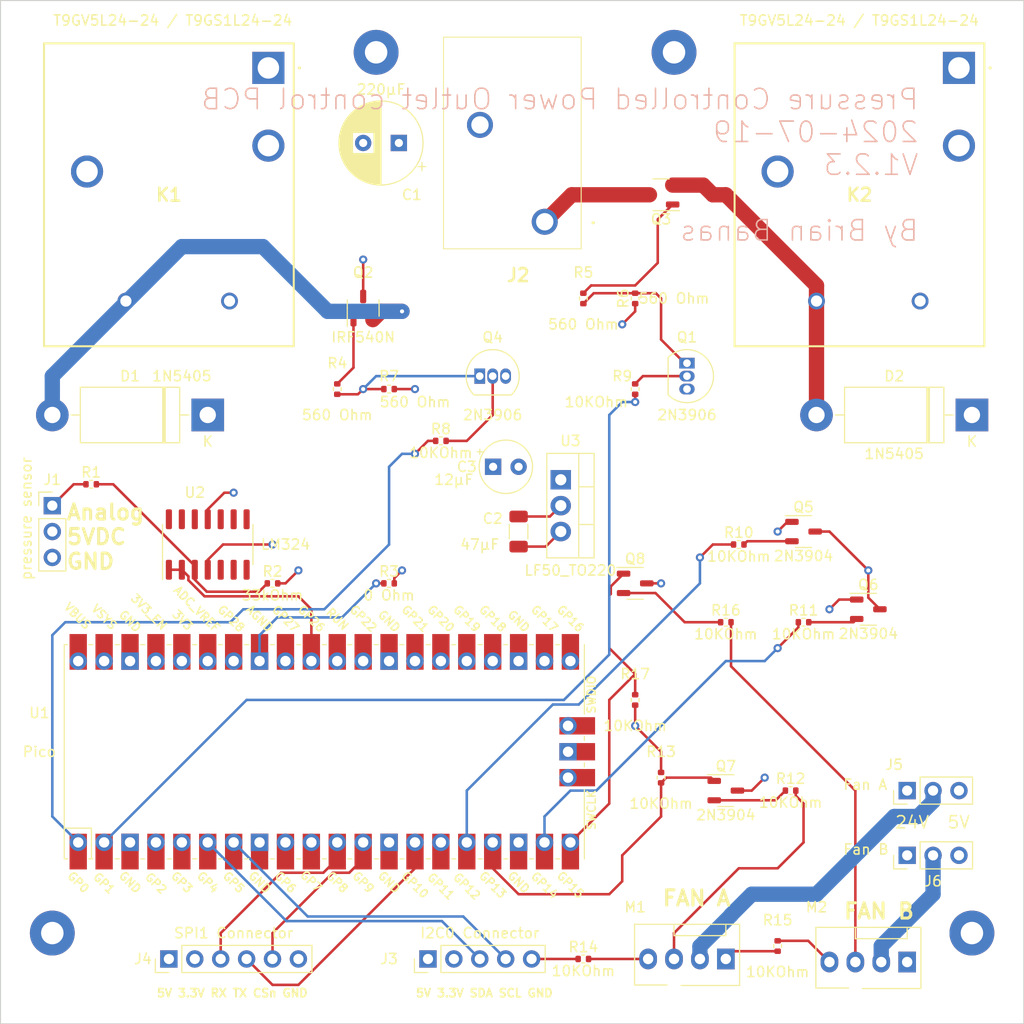
<source format=kicad_pcb>
(kicad_pcb (version 20221018) (generator pcbnew)
  (title_block (title "Pressure Controlled Power Outlet") (date "2024-07-18") (rev "V1.2.3") (company "Brian Banas"))
  (layers (0 "F.Cu" signal) (1 "In1.Cu" signal) (2 "In2.Cu" signal) (31 "B.Cu" signal) (34 "B.Paste" user) (35 "F.Paste" user) (36 "B.SilkS" user "B.Silkscreen") (37 "F.SilkS" user "F.Silkscreen") (38 "B.Mask" user) (39 "F.Mask" user) (44 "Edge.Cuts" user))
  (net 0 "")
  (net 1 "GND")
  (net 4 "+3.3V")
  (net 5 "/I2C0_SDA")
  (net 8 "/I2C0_SCL")
  (net 9 "/SPI1_RX")
  (net 10 "/SPI1_TX")
  (net 12 "/FanB_Tac")
  (net 13 "Net-(M1-PWM)")
  (net 22 "/ADC0")
  (net 24 "Net-(U1-AGND)")
  (net 26 "/SPI1_CSn")
  (net 31 "+5V")
  (net 32 "/Water Pressure 5V")
  (net 33 "Net-(U2A-+)")
  (net 34 "+24V")
  (net 35 "Net-(D1-A)")
  (net 36 "Net-(D2-A)")
  (net 37 "Net-(Q1-E)")
  (net 38 "Net-(Q1-B)")
  (net 39 "Net-(Q2-G)")
  (net 40 "Net-(Q3-G)")
  (net 41 "Net-(Q4-E)")
  (net 42 "Net-(Q4-B)")
  (net 43 "/Activate_Live")
  (net 44 "/Activate_Neutral")
  (net 52 "/FanA_Tac")
  (net 53 "Net-(M2-PWM)")
  (net 54 "Net-(Q5-B)")
  (net 55 "Net-(Q6-B)")
  (net 56 "/FanA_PWM")
  (net 57 "/FanB_PWM")
  (net 58 "/FanA_Power")
  (net 59 "/FanB_Power")
  (net 60 "Net-(M1-Tacho)")
  (net 61 "Net-(M2-Tacho)")
  (net 62 "Net-(Q7-B)")
  (net 63 "Net-(Q8-B)")
  (footprint "Package_TO_SOT_SMD:SOT-23-3" (layer "F.Cu") (at 151.13 74.93 180)
    (fp_text reference "Q3")
    (fp_text value "IRF540N")
  )
  (footprint "Package_TO_SOT_SMD:SOT-23-3" (layer "F.Cu") (at 157.48 133.35)
    (fp_text reference "Q7")
    (fp_text value "2N3904")
  )
  (footprint "Diode_THT:D_DO-201AD_P15.24mm_Horizontal" (layer "F.Cu") (at 106.68 96.52 180)
    (fp_text reference "D1")
    (fp_text value "1N5405")
  )
  (footprint "Capacitor_SMD:C_1206_3216Metric" (layer "F.Cu") (at 137.16 107.95 90)
    (fp_text reference "C2")
    (fp_text value "47µF")
  )
  (footprint "Package_TO_SOT_SMD:SOT-23-3" (layer "F.Cu") (at 121.92 86.035 90)
    (fp_text reference "Q2")
    (fp_text value "IRF540N")
  )
  (footprint "Extra:T9GV5L2424" (layer "F.Cu") (at 112.625 62.49 180)
    (fp_text reference "K1")
    (fp_text value "T9GV5L24-24" hide)
  )
  (footprint "Resistor_SMD:R_0402_1005Metric" (layer "F.Cu") (at 124.46 113.03)
    (fp_text reference "R3")
    (fp_text value "0 Ohm")
  )
  (footprint "Connector_PinHeader_2.54mm:PinHeader_1x03_P2.54mm_Vertical" (layer "F.Cu") (at 175.26 133.35 90)
    (fp_text reference "J5")
    (fp_text value "FanA 5V/24V" hide)
  )
  (footprint "MountingHole:MountingHole_2.2mm_M2_Pad" (layer "F.Cu") (at 181.61 147.32)
    (fp_text reference "H1" hide)
    (fp_text value "MountingHole_Pad" hide)
  )
  (footprint "Resistor_SMD:R_0402_1005Metric" (layer "F.Cu") (at 162.56 148.59 90)
    (fp_text reference "R15")
    (fp_text value "10KOhm")
  )
  (footprint "Resistor_SMD:R_0402_1005Metric" (layer "F.Cu") (at 143.51 149.86)
    (fp_text reference "R14")
    (fp_text value "10KOhm")
  )
  (footprint "Resistor_SMD:R_0402_1005Metric" (layer "F.Cu") (at 158.75 109.22)
    (fp_text reference "R10")
    (fp_text value "10KOhm")
  )
  (footprint "MountingHole:MountingHole_2.2mm_M2_Pad" (layer "F.Cu") (at 91.44 147.32)
    (fp_text reference "H2" hide)
    (fp_text value "MountingHole_Pad" hide)
  )
  (footprint "Resistor_SMD:R_0402_1005Metric" (layer "F.Cu") (at 129.54 99.06)
    (fp_text reference "R8")
    (fp_text value "10KOhm")
  )
  (footprint "Package_TO_SOT_THT:TO-92_Inline" (layer "F.Cu") (at 153.67 91.44 -90)
    (fp_text reference "Q1")
    (fp_text value "2N3906")
  )
  (footprint "Package_TO_SOT_SMD:SOT-23-3" (layer "F.Cu") (at 148.59 113.03)
    (fp_text reference "Q8")
    (fp_text value "2N3904")
  )
  (footprint "Connector_PinHeader_2.54mm:PinHeader_1x03_P2.54mm_Vertical" (layer "F.Cu") (at 91.44 105.41)
    (fp_text reference "J1")
    (fp_text value "pressure sensor")
  )
  (footprint "Resistor_SMD:R_0402_1005Metric" (layer "F.Cu") (at 163.83 133.35)
    (fp_text reference "R12")
    (fp_text value "10KOhm")
  )
  (footprint "Resistor_SMD:R_0402_1005Metric" (layer "F.Cu") (at 148.59 93.98 90)
    (fp_text reference "R9")
    (fp_text value "10KOhm")
  )
  (footprint "Connector_PinHeader_2.54mm:PinHeader_1x05_P2.54mm_Vertical" (layer "F.Cu") (at 128.275 149.86 90)
    (fp_text reference "J3")
    (fp_text value "I2C0 Connector")
  )
  (footprint "Capacitor_THT:CP_Radial_Tantal_D5.0mm_P2.50mm" (layer "F.Cu") (at 134.66 101.6)
    (fp_text reference "C3")
    (fp_text value "12µF")
  )
  (footprint "Resistor_SMD:R_0402_1005Metric" (layer "F.Cu") (at 148.59 85.09 90)
    (fp_text reference "R6")
    (fp_text value "560 Ohm")
  )
  (footprint "Package_TO_SOT_THT:TO-220-3_Vertical" (layer "F.Cu") (at 141.295 102.87 -90)
    (fp_text reference "U3")
    (fp_text value "LF50_TO220")
  )
  (footprint "Connector:FanPinHeader_1x04_P2.54mm_Vertical" (layer "F.Cu") (at 157.48 149.86 180)
    (fp_text reference "M1")
    (fp_text value "Fan_4pin" hide)
  )
  (footprint "Extra:1017514" (layer "F.Cu") (at 139.7225 77.575 180)
    (fp_text reference "J2")
    (fp_text value "1017514" hide)
  )
  (footprint "Resistor_SMD:R_0402_1005Metric" (layer "F.Cu") (at 157.48 116.84)
    (fp_text reference "R16")
    (fp_text value "10KOhm")
  )
  (footprint "MountingHole:MountingHole_2.2mm_M2_Pad" (layer "F.Cu") (at 123.19 60.96)
    (fp_text reference "H4" hide)
    (fp_text value "MountingHole_Pad" hide)
  )
  (footprint "Resistor_SMD:R_0402_1005Metric" (layer "F.Cu") (at 151.13 132.08 -90)
    (fp_text reference "R13")
    (fp_text value "10KOhm")
  )
  (footprint "Resistor_SMD:R_0402_1005Metric" (layer "F.Cu") (at 165.1 116.84)
    (fp_text reference "R11")
    (fp_text value "10KOhm")
  )
  (footprint "Resistor_SMD:R_0402_1005Metric" (layer "F.Cu") (at 124.46 93.98 180)
    (fp_text reference "R7")
    (fp_text value "560 Ohm")
  )
  (footprint "Capacitor_THT:CP_Radial_D8.0mm_P3.50mm" (layer "F.Cu") (at 125.42 69.85 180)
    (fp_text reference "C1")
    (fp_text value "220µF")
  )
  (footprint "Extra:T9GV5L2424" (layer "F.Cu") (at 180.34 62.49 180)
    (fp_text reference "K2")
    (fp_text value "T9GV5L24-24" hide)
  )
  (footprint "MCU_RaspberryPi_and_Boards:RPi_Pico_SMD_TH" (layer "F.Cu") (at 118.11 129.54 90)
    (fp_text reference "U1")
    (fp_text value "Pico")
  )
  (footprint "Connector:FanPinHeader_1x04_P2.54mm_Vertical" (layer "F.Cu") (at 175.26 150.16 180)
    (fp_text reference "M2")
    (fp_text value "Fan_4pin" hide)
  )
  (footprint "Resistor_SMD:R_0402_1005Metric" (layer "F.Cu") (at 95.25 103.313652)
    (fp_text reference "R1")
    (fp_text value "17kOhm")
  )
  (footprint "MountingHole:MountingHole_2.2mm_M2_Pad" (layer "F.Cu") (at 152.4 60.96)
    (fp_text reference "H3" hide)
    (fp_text value "MountingHole_Pad" hide)
  )
  (footprint "Resistor_SMD:R_0402_1005Metric" (layer "F.Cu") (at 143.51 85.09 90)
    (fp_text reference "R5")
    (fp_text value "560 Ohm")
  )
  (footprint "Package_SO:SOIC-14_3.9x8.7mm_P1.27mm" (layer "F.Cu") (at 106.68 109.22 90)
    (fp_text reference "U2")
    (fp_text value "LM324")
  )
  (footprint "Resistor_SMD:R_0402_1005Metric" (layer "F.Cu") (at 148.59 124.46 90)
    (fp_text reference "R17")
    (fp_text value "10KOhm")
  )
  (footprint "Resistor_SMD:R_0402_1005Metric" (layer "F.Cu") (at 113.03 113.03)
    (fp_text reference "R2")
    (fp_text value "33kOhm")
  )
  (footprint "Package_TO_SOT_THT:TO-92_Inline" (layer "F.Cu") (at 133.35 92.71)
    (fp_text reference "Q4")
    (fp_text value "2N3906")
  )
  (footprint "Resistor_SMD:R_0402_1005Metric" (layer "F.Cu") (at 119.38 93.98 90)
    (fp_text reference "R4")
    (fp_text value "560 Ohm")
  )
  (footprint "Package_TO_SOT_SMD:SOT-23-3" (layer "F.Cu") (at 171.45 115.57)
    (fp_text reference "Q6")
    (fp_text value "2N3904")
  )
  (footprint "Package_TO_SOT_SMD:SOT-23-3" (layer "F.Cu") (at 165.1 107.95)
    (fp_text reference "Q5")
    (fp_text value "2N3904")
  )
  (footprint "Connector_PinHeader_2.54mm:PinHeader_1x03_P2.54mm_Vertical" (layer "F.Cu") (at 175.26 139.7 90)
    (fp_text reference "J6")
    (fp_text value "FanB 5V/24V" hide)
  )
  (footprint "Diode_THT:D_DO-201AD_P15.24mm_Horizontal" (layer "F.Cu") (at 181.61 96.52 180)
    (fp_text reference "D2")
    (fp_text value "1N5405")
  )
  (footprint "Connector_PinHeader_2.54mm:PinHeader_1x06_P2.54mm_Vertical" (layer "F.Cu") (at 102.87 149.86 90)
    (fp_text reference "J4")
    (fp_text value "SPI1 Connector")
  )
  (gr_rect (start 86.36 55.88) (end 186.69 156.21) (stroke (width 0.1)) (fill none) (layer "Edge.Cuts"))
  (gr_text "Pressure Controlled Power Outlet control PCB\n2024-07-19\nV1.2.3\n\nBy Brian Banas" (at 176.490902 79.61294) (layer "B.SilkS") (effects (font (size 2 2)) (justify left bottom mirror)))
  (gr_text "Fan A" (at 168.91 133.35) (layer "F.SilkS") (effects (font (size 1 1)) (justify left bottom)))
  (gr_text "5V 3.3V RX TX CSn GND" (at 101.6 153.67) (layer "F.SilkS") (effects (font (size 0.8 0.8) (thickness 0.175) bold) (justify left bottom)))
  (gr_text "24V  5V" (at 173.99 137.16) (layer "F.SilkS") (effects (font (size 1.2 1.2)) (justify left bottom)))
  (gr_text "5V 3.3V SDA SCL GND" (at 127 153.67) (layer "F.SilkS") (effects (font (size 0.8 0.8) (thickness 0.175) bold) (justify left bottom)))
  (gr_text "Analog\n5VDC\nGND\n" (at 92.71 111.76) (layer "F.SilkS") (effects (font (size 1.5 1.5) (thickness 0.3) bold) (justify left bottom)))
  (gr_text "Fan B" (at 168.91 139.7) (layer "F.SilkS") (effects (font (size 1 1)) (justify left bottom)))
  (gr_text "FAN A" (at 151.13 144.78) (layer "F.SilkS") (effects (font (size 1.5 1.5) (thickness 0.3) bold) (justify left bottom)))
  (gr_text "T9GV5L24-24 / T9GS1L24-24 " (at 91.44 58.42) (layer "F.SilkS") (effects (font (size 1 1)) (justify left bottom)))
  (gr_text "FAN B" (at 168.91 146.05) (layer "F.SilkS") (effects (font (size 1.5 1.5) (thickness 0.3) bold) (justify left bottom)))
  (gr_text "T9GV5L24-24 / T9GS1L24-24 " (at 158.75 58.42) (layer "F.SilkS") (effects (font (size 1 1)) (justify left bottom)))
  (segment (start 148.59 86.36) (end 147.32 87.63) (width 0.25) (layer "F.Cu") (net 1))
  (segment (start 148.59 85.6) (end 148.59 86.36) (width 0.25) (layer "F.Cu") (net 1))
  (segment (start 113.54 113.03) (end 114.3 113.03) (width 0.25) (layer "F.Cu") (net 1))
  (segment (start 121.92 84.8975) (end 121.92 81.28) (width 0.25) (layer "F.Cu") (net 1))
  (segment (start 106.68 106.745) (end 106.68 105.770001) (width 0.25) (layer "F.Cu") (net 1))
  (segment (start 124.97 113.03) (end 124.97 112.52) (width 0.25) (layer "F.Cu") (net 1))
  (segment (start 106.68 105.770001) (end 108.310001 104.14) (width 0.25) (layer "F.Cu") (net 1))
  (segment (start 108.310001 104.14) (end 109.22 104.14) (width 0.25) (layer "F.Cu") (net 1))
  (segment (start 148.59 124.97) (end 148.59 127) (width 0.25) (layer "F.Cu") (net 1))
  (segment (start 151.13 129.54) (end 148.59 127) (width 0.25) (layer "F.Cu") (net 1))
  (segment (start 149.9925 74.93) (end 142.3675 74.93) (width 1.5) (layer "F.Cu") (net 1))
  (segment (start 151.13 131.57) (end 151.13 129.54) (width 0.25) (layer "F.Cu") (net 1))
  (segment (start 162.56 149.1) (end 158.24 149.1) (width 0.25) (layer "F.Cu") (net 1))
  (segment (start 158.24 149.1) (end 157.48 149.86) (width 0.25) (layer "F.Cu") (net 1))
  (segment (start 114.3 113.03) (end 115.57 111.76) (width 0.25) (layer "F.Cu") (net 1))
  (segment (start 140.23 106.475) (end 141.295 105.41) (width 0.25) (layer "F.Cu") (net 1))
  (segment (start 124.97 93.98) (end 127 93.98) (width 0.25) (layer "F.Cu") (net 1))
  (segment (start 142.3675 74.93) (end 139.7225 77.575) (width 1.5) (layer "F.Cu") (net 1))
  (segment (start 124.97 112.52) (end 125.73 111.76) (width 0.25) (layer "F.Cu") (net 1))
  (segment (start 137.16 106.475) (end 140.23 106.475) (width 0.25) (layer "F.Cu") (net 1))
  (segment (start 143 149.86) (end 138.435 149.86) (width 0.25) (layer "F.Cu") (net 1))
  (via (at 115.57 111.76) (size 0.8) (drill 0.4) (layers "F.Cu" "B.Cu") (net 1))
  (via (at 148.59 127) (size 0.8) (drill 0.4) (layers "F.Cu" "B.Cu") (net 1))
  (via (at 147.32 87.63) (size 0.8) (drill 0.4) (layers "F.Cu" "B.Cu") (net 1))
  (via (at 127 93.98) (size 0.8) (drill 0.4) (layers "F.Cu" "B.Cu") (net 1))
  (via (at 121.92 81.28) (size 0.8) (drill 0.4) (layers "F.Cu" "B.Cu") (net 1))
  (via (at 125.73 111.76) (size 0.8) (drill 0.4) (layers "F.Cu" "B.Cu") (net 1))
  (via (at 109.22 104.14) (size 0.8) (drill 0.4) (layers "F.Cu" "B.Cu") (net 1))
  (segment (start 151.13 113.03) (end 149.7275 113.03) (width 0.25) (layer "F.Cu") (net 4))
  (segment (start 161.29 132.08) (end 160.02 133.35) (width 0.25) (layer "F.Cu") (net 4))
  (segment (start 158.75 133.35) (end 158.75 133.192918) (width 0.25) (layer "F.Cu") (net 4))
  (segment (start 160.02 133.35) (end 158.6175 133.35) (width 0.25) (layer "F.Cu") (net 4))
  (via (at 151.13 113.03) (size 0.8) (drill 0.4) (layers "F.Cu" "B.Cu") (net 4))
  (via (at 161.29 132.08) (size 0.8) (drill 0.4) (layers "F.Cu" "B.Cu") (net 4))
  (segment (start 114.395 146.145) (end 106.68 138.43) (width 0.25) (layer "B.Cu") (net 5))
  (segment (start 133.355 149.86) (end 129.64 146.145) (width 0.25) (layer "B.Cu") (net 5))
  (segment (start 129.64 146.145) (end 114.395 146.145) (width 0.25) (layer "B.Cu") (net 5))
  (segment (start 116.485 145.695) (end 109.22 138.43) (width 0.25) (layer "B.Cu") (net 8))
  (segment (start 131.73 145.695) (end 116.485 145.695) (width 0.25) (layer "B.Cu") (net 8))
  (segment (start 135.895 149.86) (end 131.73 145.695) (width 0.25) (layer "B.Cu") (net 8))
  (segment (start 113.865 141.405) (end 118.015 141.405) (width 0.25) (layer "F.Cu") (net 9))
  (segment (start 107.95 147.32) (end 113.865 141.405) (width 0.25) (layer "F.Cu") (net 9))
  (segment (start 119.38 140.04) (end 119.38 138.43) (width 0.25) (layer "F.Cu") (net 9))
  (segment (start 107.95 149.86) (end 107.95 147.32) (width 0.25) (layer "F.Cu") (net 9))
  (segment (start 118.015 141.405) (end 119.38 140.04) (width 0.25) (layer "F.Cu") (net 9))
  (segment (start 127 140.97) (end 127 138.43) (width 0.25) (layer "F.Cu") (net 10))
  (segment (start 115.57 152.4) (end 127 140.97) (width 0.25) (layer "F.Cu") (net 10))
  (segment (start 113.03 152.4) (end 115.57 152.4) (width 0.25) (layer "F.Cu") (net 10))
  (segment (start 110.49 149.86) (end 113.03 152.4) (width 0.25) (layer "F.Cu") (net 10))
  (segment (start 148.59 121.92) (end 146.05 119.38) (width 0.25) (layer "F.Cu") (net 12))
  (segment (start 148.59 121.92) (end 146.05 124.46) (width 0.25) (layer "F.Cu") (net 12))
  (segment (start 146.05 114.215908) (end 146.2 114.065908) (width 0.25) (layer "F.Cu") (net 12))
  (segment (start 146.05 119.38) (end 146.05 114.215908) (width 0.25) (layer "F.Cu") (net 12))
  (segment (start 146.05 124.46) (end 146.05 134.62) (width 0.25) (layer "F.Cu") (net 12))
  (segment (start 148.59 123.95) (end 148.59 121.92) (width 0.25) (layer "F.Cu") (net 12))
  (segment (start 146.2 113.3325) (end 147.4525 112.08) (width 0.25) (layer "F.Cu") (net 12))
  (segment (start 146.2 114.065908) (end 146.2 113.3325) (width 0.25) (layer "F.Cu") (net 12))
  (segment (start 146.05 134.62) (end 142.24 138.43) (width 0.25) (layer "F.Cu") (net 12))
  (segment (start 163.51 107) (end 162.56 107.95) (width 0.25) (layer "F.Cu") (net 13))
  (segment (start 163.9625 107) (end 163.51 107) (width 0.25) (layer "F.Cu") (net 13))
  (segment (start 144.02 149.86) (end 149.86 149.86) (width 0.25) (layer "F.Cu") (net 13))
  (via (at 162.56 107.95) (size 0.8) (drill 0.4) (layers "F.Cu" "B.Cu") (net 13))
  (segment (start 104.785 112.720908) (end 106.364092 114.3) (width 0.25) (layer "F.Cu") (net 22))
  (segment (start 104.125 111.71) (end 104.14 111.695) (width 0.25) (layer "F.Cu") (net 22))
  (segment (start 106.364092 114.3) (end 115.57 114.3) (width 0.25) (layer "F.Cu") (net 22))
  (segment (start 102.87 111.695) (end 104.14 111.695) (width 0.25) (layer "F.Cu") (net 22))
  (segment (start 104.785 112.34) (end 104.785 112.720908) (width 0.25) (layer "F.Cu") (net 22))
  (segment (start 116.84 115.57) (end 116.84 120.65) (width 0.25) (layer "F.Cu") (net 22))
  (segment (start 104.14 111.695) (end 104.785 112.34) (width 0.25) (layer "F.Cu") (net 22))
  (segment (start 115.57 114.3) (end 116.84 115.57) (width 0.25) (layer "F.Cu") (net 22))
  (segment (start 123.19 113.03) (end 123.95 113.03) (width 0.25) (layer "F.Cu") (net 24))
  (via (at 123.19 113.03) (size 0.8) (drill 0.4) (layers "F.Cu" "B.Cu") (net 24))
  (segment (start 111.76 118.11) (end 111.76 120.65) (width 0.25) (layer "B.Cu") (net 24))
  (segment (start 113.500001 116.369999) (end 111.76 118.11) (width 0.25) (layer "B.Cu") (net 24))
  (segment (start 119.850001 116.369999) (end 113.500001 116.369999) (width 0.25) (layer "B.Cu") (net 24))
  (segment (start 123.19 113.03) (end 119.850001 116.369999) (width 0.25) (layer "B.Cu") (net 24))
  (segment (start 121.92 140.04) (end 121.92 138.43) (width 0.25) (layer "F.Cu") (net 26))
  (segment (start 118.945 141.405) (end 120.555 141.405) (width 0.25) (layer "F.Cu") (net 26))
  (segment (start 120.555 141.405) (end 121.92 140.04) (width 0.25) (layer "F.Cu") (net 26))
  (segment (start 113.03 147.32) (end 118.945 141.405) (width 0.25) (layer "F.Cu") (net 26))
  (segment (start 113.03 149.86) (end 113.03 147.32) (width 0.25) (layer "F.Cu") (net 26))
  (segment (start 139.82 109.425) (end 141.295 107.95) (width 0.25) (layer "F.Cu") (net 31))
  (segment (start 171.45 114.4325) (end 171.45 111.76) (width 0.25) (layer "F.Cu") (net 31))
  (segment (start 106.68 110.720001) (end 108.180001 109.22) (width 0.25) (layer "F.Cu") (net 31))
  (segment (start 106.68 111.695) (end 106.68 110.720001) (width 0.25) (layer "F.Cu") (net 31))
  (segment (start 166.2375 107.95) (end 167.64 107.95) (width 0.25) (layer "F.Cu") (net 31))
  (segment (start 167.64 107.95) (end 171.45 111.76) (width 0.25) (layer "F.Cu") (net 31))
  (segment (start 108.180001 109.22) (end 113.03 109.22) (width 0.25) (layer "F.Cu") (net 31))
  (segment (start 137.16 109.425) (end 139.82 109.425) (width 0.25) (layer "F.Cu") (net 31))
  (segment (start 172.5875 115.57) (end 171.45 114.4325) (width 0.25) (layer "F.Cu") (net 31))
  (via (at 171.45 111.76) (size 0.8) (drill 0.4) (layers "F.Cu" "B.Cu") (net 31))
  (via (at 113.03 109.22) (size 0.8) (drill 0.4) (layers "F.Cu" "B.Cu") (net 31))
  (segment (start 94.74 103.313652) (end 93.536348 103.313652) (width 0.25) (layer "F.Cu") (net 32))
  (segment (start 93.536348 103.313652) (end 91.44 105.41) (width 0.25) (layer "F.Cu") (net 32))
  (segment (start 97.40956 103.313652) (end 105.41 111.314092) (width 0.25) (layer "F.Cu") (net 33))
  (segment (start 95.76 103.313652) (end 97.40956 103.313652) (width 0.25) (layer "F.Cu") (net 33))
  (segment (start 105.41 112.669999) (end 105.41 111.695) (width 0.25) (layer "F.Cu") (net 33))
  (segment (start 105.41 111.314092) (end 105.41 111.695) (width 0.25) (layer "F.Cu") (net 33))
  (segment (start 112.52 113.03) (end 111.7 113.85) (width 0.25) (layer "F.Cu") (net 33))
  (segment (start 106.590001 113.85) (end 105.41 112.669999) (width 0.25) (layer "F.Cu") (net 33))
  (segment (start 111.7 113.85) (end 106.590001 113.85) (width 0.25) (layer "F.Cu") (net 33))
  (segment (start 123.6825 86.36) (end 122.87 87.1725) (width 1.5) (layer "F.Cu") (net 35))
  (segment (start 125.73 86.36) (end 123.6825 86.36) (width 1.5) (layer "F.Cu") (net 35))
  (via (at 125.73 86.36) (size 0.8) (drill 0.4) (layers "F.Cu" "B.Cu") (net 35))
  (segment (start 112.085 80.01) (end 104.14 80.01) (width 1.5) (layer "B.Cu") (net 35))
  (segment (start 118.435 86.36) (end 112.085 80.01) (width 1.5) (layer "B.Cu") (net 35))
  (segment (start 104.14 80.01) (end 91.44 92.71) (width 1.5) (layer "B.Cu") (net 35))
  (segment (start 91.44 92.71) (end 91.44 96.52) (width 1.5) (layer "B.Cu") (net 35))
  (segment (start 125.73 86.36) (end 118.435 86.36) (width 1.5) (layer "B.Cu") (net 35))
  (segment (start 155.26 73.98) (end 156.21 74.93) (width 1.5) (layer "F.Cu") (net 36))
  (segment (start 152.2675 73.98) (end 155.26 73.98) (width 1.5) (layer "F.Cu") (net 36))
  (segment (start 157.48 74.93) (end 166.37 83.82) (width 1.5) (layer "F.Cu") (net 36))
  (segment (start 156.21 74.93) (end 157.48 74.93) (width 1.5) (layer "F.Cu") (net 36))
  (segment (start 166.37 83.82) (end 166.37 96.52) (width 1.5) (layer "F.Cu") (net 36))
  (segment (start 148.59 84.58) (end 144.53 84.58) (width 0.25) (layer "F.Cu") (net 37))
  (segment (start 153.67 91.44) (end 153.445 91.44) (width 0.25) (layer "F.Cu") (net 37))
  (segment (start 151.13 89.125) (end 151.13 85.09) (width 0.25) (layer "F.Cu") (net 37))
  (segment (start 150.62 84.58) (end 148.59 84.58) (width 0.25) (layer "F.Cu") (net 37))
  (segment (start 144.53 84.58) (end 143.51 85.6) (width 0.25) (layer "F.Cu") (net 37))
  (segment (start 151.13 85.09) (end 150.62 84.58) (width 0.25) (layer "F.Cu") (net 37))
  (segment (start 153.445 91.44) (end 151.13 89.125) (width 0.25) (layer "F.Cu") (net 37))
  (segment (start 148.59 93.47) (end 149.35 92.71) (width 0.25) (layer "F.Cu") (net 38))
  (segment (start 149.35 92.71) (end 153.67 92.71) (width 0.25) (layer "F.Cu") (net 38))
  (segment (start 120.97 87.1725) (end 120.97 91.88) (width 0.25) (layer "F.Cu") (net 39))
  (segment (start 120.97 91.88) (end 119.38 93.47) (width 0.25) (layer "F.Cu") (net 39))
  (segment (start 150.805 77.3425) (end 150.805 81.605) (width 0.25) (layer "F.Cu") (net 40))
  (segment (start 148.59 83.82) (end 144.27 83.82) (width 0.25) (layer "F.Cu") (net 40))
  (segment (start 144.27 83.82) (end 143.51 84.58) (width 0.25) (layer "F.Cu") (net 40))
  (segment (start 150.805 81.605) (end 148.59 83.82) (width 0.25) (layer "F.Cu") (net 40))
  (segment (start 152.2675 75.88) (end 150.805 77.3425) (width 0.25) (layer "F.Cu") (net 40))
  (segment (start 121.92 93.98) (end 121.41 94.49) (width 0.25) (layer "F.Cu") (net 41))
  (segment (start 121.41 94.49) (end 119.38 94.49) (width 0.25) (layer "F.Cu") (net 41))
  (segment (start 123.95 93.98) (end 121.92 93.98) (width 0.25) (layer "F.Cu") (net 41))
  (via (at 121.92 93.98) (size 0.8) (drill 0.4) (layers "F.Cu" "B.Cu") (net 41))
  (segment (start 133.35 92.71) (end 123.19 92.71) (width 0.25) (layer "B.Cu") (net 41))
  (segment (start 123.19 92.71) (end 121.92 93.98) (width 0.25) (layer "B.Cu") (net 41))
  (segment (start 132.08 99.06) (end 130.05 99.06) (width 0.25) (layer "F.Cu") (net 42))
  (segment (start 134.62 96.52) (end 132.08 99.06) (width 0.25) (layer "F.Cu") (net 42))
  (segment (start 134.62 92.71) (end 134.62 96.52) (width 0.25) (layer "F.Cu") (net 42))
  (segment (start 128.27 99.06) (end 127 100.33) (width 0.25) (layer "F.Cu") (net 43))
  (segment (start 129.03 99.06) (end 128.27 99.06) (width 0.25) (layer "F.Cu") (net 43))
  (via (at 127 100.33) (size 0.8) (drill 0.4) (layers "F.Cu" "B.Cu") (net 43))
  (segment (start 92.71 116.84) (end 91.44 118.11) (width 0.25) (layer "B.Cu") (net 43))
  (segment (start 108.899009 116.84) (end 92.71 116.84) (width 0.25) (layer "B.Cu") (net 43))
  (segment (start 110.169009 115.57) (end 108.899009 116.84) (width 0.25) (layer "B.Cu") (net 43))
  (segment (start 118.11 115.57) (end 110.169009 115.57) (width 0.25) (layer "B.Cu") (net 43))
  (segment (start 124.46 101.6) (end 124.46 109.22) (width 0.25) (layer "B.Cu") (net 43))
  (segment (start 91.44 135.89) (end 93.98 138.43) (width 0.25) (layer "B.Cu") (net 43))
  (segment (start 91.44 118.11) (end 91.44 135.89) (width 0.25) (layer "B.Cu") (net 43))
  (segment (start 127 100.33) (end 125.73 100.33) (width 0.25) (layer "B.Cu") (net 43))
  (segment (start 125.73 100.33) (end 124.46 101.6) (width 0.25) (layer "B.Cu") (net 43))
  (segment (start 124.46 109.22) (end 118.11 115.57) (width 0.25) (layer "B.Cu") (net 43))
  (segment (start 148.59 95.25) (end 148.59 94.49) (width 0.25) (layer "F.Cu") (net 44))
  (via (at 148.59 95.25) (size 0.8) (drill 0.4) (layers "F.Cu" "B.Cu") (net 44))
  (segment (start 110.49 124.46) (end 96.52 138.43) (width 0.25) (layer "B.Cu") (net 44))
  (segment (start 147.32 95.25) (end 146.05 96.52) (width 0.25) (layer "B.Cu") (net 44))
  (segment (start 148.59 95.25) (end 147.32 95.25) (width 0.25) (layer "B.Cu") (net 44))
  (segment (start 141.605 124.46) (end 110.49 124.46) (width 0.25) (layer "B.Cu") (net 44))
  (segment (start 146.05 96.52) (end 146.05 120.015) (width 0.25) (layer "B.Cu") (net 44))
  (segment (start 146.05 120.015) (end 141.605 124.46) (width 0.25) (layer "B.Cu") (net 44))
  (segment (start 151.13 132.59) (end 151.13 135.89) (width 0.25) (layer "F.Cu") (net 52))
  (segment (start 134.62 140.97) (end 134.62 138.43) (width 0.25) (layer "F.Cu") (net 52))
  (segment (start 146.05 143.51) (end 137.16 143.51) (width 0.25) (layer "F.Cu") (net 52))
  (segment (start 137.16 143.51) (end 134.62 140.97) (width 0.25) (layer "F.Cu") (net 52))
  (segment (start 151.64 132.08) (end 151.13 132.59) (width 0.25) (layer "F.Cu") (net 52))
  (segment (start 151.13 135.89) (end 147.32 139.7) (width 0.25) (layer "F.Cu") (net 52))
  (segment (start 147.32 139.7) (end 147.32 142.24) (width 0.25) (layer "F.Cu") (net 52))
  (segment (start 156.0225 132.08) (end 151.64 132.08) (width 0.25) (layer "F.Cu") (net 52))
  (segment (start 156.3425 132.4) (end 156.0225 132.08) (width 0.25) (layer "F.Cu") (net 52))
  (segment (start 147.32 142.24) (end 146.05 143.51) (width 0.25) (layer "F.Cu") (net 52))
  (segment (start 162.56 148.08) (end 165.56 148.08) (width 0.25) (layer "F.Cu") (net 53))
  (segment (start 165.56 148.08) (end 167.64 150.16) (width 0.25) (layer "F.Cu") (net 53))
  (segment (start 168.59 114.62) (end 167.64 115.57) (width 0.25) (layer "F.Cu") (net 53))
  (segment (start 170.3125 114.62) (end 168.59 114.62) (width 0.25) (layer "F.Cu") (net 53))
  (via (at 167.64 115.57) (size 0.8) (drill 0.4) (layers "F.Cu" "B.Cu") (net 53))
  (segment (start 159.58 108.9) (end 159.26 109.22) (width 0.25) (layer "F.Cu") (net 54))
  (segment (start 163.9625 108.9) (end 159.58 108.9) (width 0.25) (layer "F.Cu") (net 54))
  (segment (start 169.9925 116.84) (end 170.3125 116.52) (width 0.25) (layer "F.Cu") (net 55))
  (segment (start 165.61 116.84) (end 169.9925 116.84) (width 0.25) (layer "F.Cu") (net 55))
  (segment (start 154.94 110.49) (end 156.21 109.22) (width 0.25) (layer "F.Cu") (net 56))
  (segment (start 156.21 109.22) (end 158.24 109.22) (width 0.25) (layer "F.Cu") (net 56))
  (via (at 154.94 110.49) (size 0.8) (drill 0.4) (layers "F.Cu" "B.Cu") (net 56))
  (segment (start 132.08 133.35) (end 140.52 124.91) (width 0.25) (layer "B.Cu") (net 56))
  (segment (start 132.08 138.43) (end 132.08 133.35) (width 0.25) (layer "B.Cu") (net 56))
  (segment (start 143.06 124.91) (end 154.94 113.03) (width 0.25) (layer "B.Cu") (net 56))
  (segment (start 140.52 124.91) (end 143.06 124.91) (width 0.25) (layer "B.Cu") (net 56))
  (segment (start 154.94 113.03) (end 154.94 110.49) (width 0.25) (layer "B.Cu") (net 56))
  (segment (start 162.56 119.38) (end 164.59 117.35) (width 0.25) (layer "F.Cu") (net 57))
  (segment (start 164.59 117.35) (end 164.59 116.84) (width 0.25) (layer "F.Cu") (net 57))
  (via (at 162.56 119.38) (size 0.8) (drill 0.4) (layers "F.Cu" "B.Cu") (net 57))
  (segment (start 162.56 119.38) (end 161.29 120.65) (width 0.25) (layer "B.Cu") (net 57))
  (segment (start 142.24 133.35) (end 139.7 135.89) (width 0.25) (layer "B.Cu") (net 57))
  (segment (start 157.48 120.65) (end 144.78 133.35) (width 0.25) (layer "B.Cu") (net 57))
  (segment (start 139.7 135.89) (end 139.7 138.43) (width 0.25) (layer "B.Cu") (net 57))
  (segment (start 144.78 133.35) (end 142.24 133.35) (width 0.25) (layer "B.Cu") (net 57))
  (segment (start 161.29 120.65) (end 157.48 120.65) (width 0.25) (layer "B.Cu") (net 57))
  (segment (start 166.37 143.51) (end 160.02 143.51) (width 1.5) (layer "B.Cu") (net 58))
  (segment (start 157.99 145.54) (end 157.99 145.57) (width 1.5) (layer "B.Cu") (net 58))
  (segment (start 177.8 133.35) (end 177.8 134.41) (width 1.5) (layer "B.Cu") (net 58))
  (segment (start 177.8 134.41) (end 176.32 135.89) (width 1.5) (layer "B.Cu") (net 58))
  (segment (start 176.32 135.89) (end 173.99 135.89) (width 1.5) (layer "B.Cu") (net 58))
  (segment (start 160.02 143.51) (end 157.99 145.54) (width 1.5) (layer "B.Cu") (net 58))
  (segment (start 173.99 135.89) (end 166.37 143.51) (width 1.5) (layer "B.Cu") (net 58))
  (segment (start 154.94 148.62) (end 154.94 149.86) (width 1.5) (layer "B.Cu") (net 58))
  (segment (start 157.99 145.57) (end 154.94 148.62) (width 1.5) (layer "B.Cu") (net 58))
  (segment (start 172.72 148.59) (end 172.72 150.16) (width 1.5) (layer "B.Cu") (net 59))
  (segment (start 177.8 143.51) (end 172.72 148.59) (width 1.5) (layer "B.Cu") (net 59))
  (segment (start 177.8 139.7) (end 177.8 143.51) (width 1.5) (layer "B.Cu") (net 59))
  (segment (start 162.56 140.97) (end 158.75 140.97) (width 0.25) (layer "F.Cu") (net 60))
  (segment (start 165.1 138.43) (end 162.56 140.97) (width 0.25) (layer "F.Cu") (net 60))
  (segment (start 164.34 133.35) (end 164.34 133.86) (width 0.25) (layer "F.Cu") (net 60))
  (segment (start 164.34 133.86) (end 165.1 134.62) (width 0.25) (layer "F.Cu") (net 60))
  (segment (start 152.4 147.32) (end 152.4 149.86) (width 0.25) (layer "F.Cu") (net 60))
  (segment (start 165.1 138.43) (end 165.1 134.62) (width 0.25) (layer "F.Cu") (net 60))
  (segment (start 158.75 140.97) (end 152.4 147.32) (width 0.25) (layer "F.Cu") (net 60))
  (segment (start 157.99 116.84) (end 157.99 121.16) (width 0.25) (layer "F.Cu") (net 61))
  (segment (start 170.18 133.35) (end 170.18 150.16) (width 0.25) (layer "F.Cu") (net 61))
  (segment (start 157.99 121.16) (end 170.18 133.35) (width 0.25) (layer "F.Cu") (net 61))
  (segment (start 162.37 134.3) (end 156.3425 134.3) (width 0.25) (layer "F.Cu") (net 62))
  (segment (start 163.32 133.35) (end 162.37 134.3) (width 0.25) (layer "F.Cu") (net 62))
  (segment (start 153.445 116.84) (end 156.97 116.84) (width 0.25) (layer "F.Cu") (net 63))
  (segment (start 150.585 113.98) (end 153.445 116.84) (width 0.25) (layer "F.Cu") (net 63))
  (segment (start 147.4525 113.98) (end 150.585 113.98) (width 0.25) (layer "F.Cu") (net 63))
)
</source>
